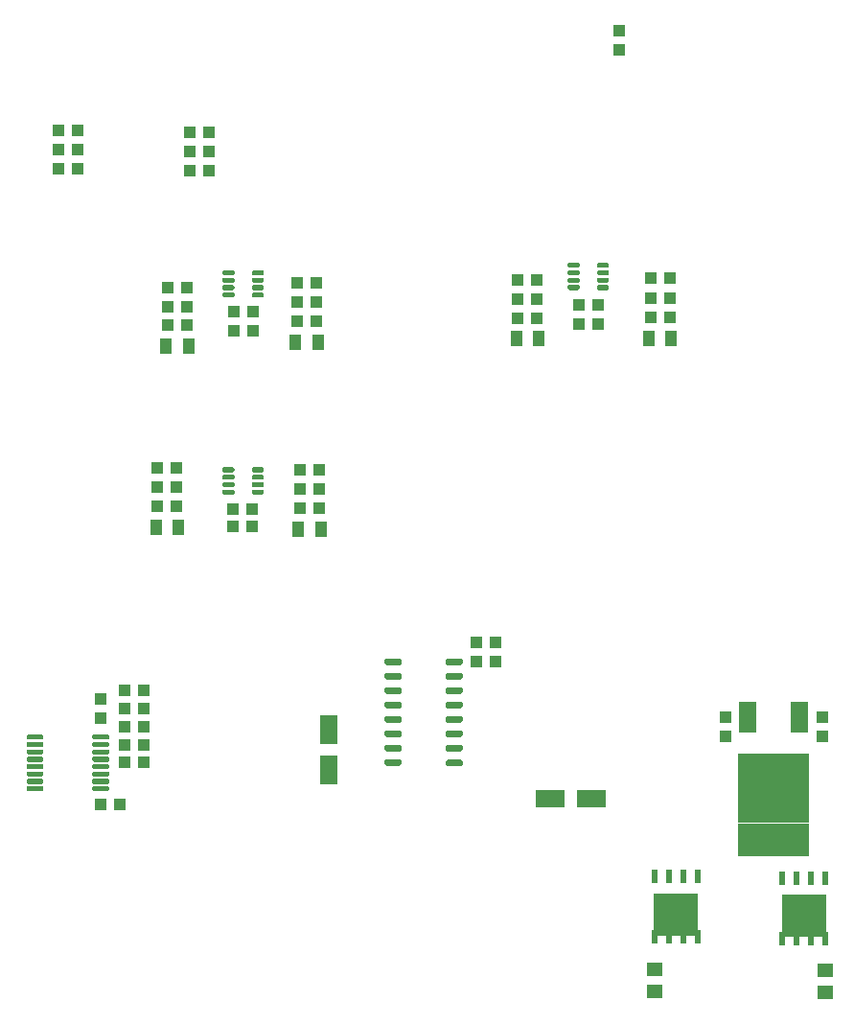
<source format=gtp>
%TF.GenerationSoftware,KiCad,Pcbnew,6.0.10-86aedd382b~118~ubuntu22.04.1*%
%TF.CreationDate,2023-01-11T08:47:55-08:00*%
%TF.ProjectId,shield,73686965-6c64-42e6-9b69-6361645f7063,rev?*%
%TF.SameCoordinates,Original*%
%TF.FileFunction,Paste,Top*%
%TF.FilePolarity,Positive*%
%FSLAX46Y46*%
G04 Gerber Fmt 4.6, Leading zero omitted, Abs format (unit mm)*
G04 Created by KiCad (PCBNEW 6.0.10-86aedd382b~118~ubuntu22.04.1) date 2023-01-11 08:47:55*
%MOMM*%
%LPD*%
G01*
G04 APERTURE LIST*
%ADD10R,1.600000X2.600000*%
%ADD11R,1.100000X1.000000*%
%ADD12R,1.000000X1.100000*%
%ADD13R,0.610000X1.270000*%
%ADD14R,3.910000X3.750000*%
%ADD15R,1.470000X1.285000*%
%ADD16R,1.000000X1.450000*%
%ADD17R,1.500000X2.800000*%
%ADD18R,6.300000X6.100000*%
%ADD19R,6.300000X3.000000*%
%ADD20R,2.600000X1.600000*%
G04 APERTURE END LIST*
D10*
X52420000Y-132760000D03*
X52420000Y-136360000D03*
D11*
X69115000Y-93070000D03*
X70815000Y-93070000D03*
X34395000Y-129282500D03*
X36095000Y-129282500D03*
X28520000Y-83260000D03*
X30220000Y-83260000D03*
X38990000Y-113045000D03*
X37290000Y-113045000D03*
X76180000Y-95250000D03*
X74480000Y-95250000D03*
X30220000Y-81570000D03*
X28520000Y-81570000D03*
G36*
G01*
X31520000Y-133562500D02*
X31520000Y-133337500D01*
G75*
G02*
X31632500Y-133225000I112500J0D01*
G01*
X32907500Y-133225000D01*
G75*
G02*
X33020000Y-133337500I0J-112500D01*
G01*
X33020000Y-133562500D01*
G75*
G02*
X32907500Y-133675000I-112500J0D01*
G01*
X31632500Y-133675000D01*
G75*
G02*
X31520000Y-133562500I0J112500D01*
G01*
G37*
G36*
G01*
X31520000Y-134212500D02*
X31520000Y-133987500D01*
G75*
G02*
X31632500Y-133875000I112500J0D01*
G01*
X32907500Y-133875000D01*
G75*
G02*
X33020000Y-133987500I0J-112500D01*
G01*
X33020000Y-134212500D01*
G75*
G02*
X32907500Y-134325000I-112500J0D01*
G01*
X31632500Y-134325000D01*
G75*
G02*
X31520000Y-134212500I0J112500D01*
G01*
G37*
G36*
G01*
X31520000Y-134862500D02*
X31520000Y-134637500D01*
G75*
G02*
X31632500Y-134525000I112500J0D01*
G01*
X32907500Y-134525000D01*
G75*
G02*
X33020000Y-134637500I0J-112500D01*
G01*
X33020000Y-134862500D01*
G75*
G02*
X32907500Y-134975000I-112500J0D01*
G01*
X31632500Y-134975000D01*
G75*
G02*
X31520000Y-134862500I0J112500D01*
G01*
G37*
G36*
G01*
X31520000Y-135512500D02*
X31520000Y-135287500D01*
G75*
G02*
X31632500Y-135175000I112500J0D01*
G01*
X32907500Y-135175000D01*
G75*
G02*
X33020000Y-135287500I0J-112500D01*
G01*
X33020000Y-135512500D01*
G75*
G02*
X32907500Y-135625000I-112500J0D01*
G01*
X31632500Y-135625000D01*
G75*
G02*
X31520000Y-135512500I0J112500D01*
G01*
G37*
G36*
G01*
X31520000Y-136162500D02*
X31520000Y-135937500D01*
G75*
G02*
X31632500Y-135825000I112500J0D01*
G01*
X32907500Y-135825000D01*
G75*
G02*
X33020000Y-135937500I0J-112500D01*
G01*
X33020000Y-136162500D01*
G75*
G02*
X32907500Y-136275000I-112500J0D01*
G01*
X31632500Y-136275000D01*
G75*
G02*
X31520000Y-136162500I0J112500D01*
G01*
G37*
G36*
G01*
X31520000Y-136812500D02*
X31520000Y-136587500D01*
G75*
G02*
X31632500Y-136475000I112500J0D01*
G01*
X32907500Y-136475000D01*
G75*
G02*
X33020000Y-136587500I0J-112500D01*
G01*
X33020000Y-136812500D01*
G75*
G02*
X32907500Y-136925000I-112500J0D01*
G01*
X31632500Y-136925000D01*
G75*
G02*
X31520000Y-136812500I0J112500D01*
G01*
G37*
G36*
G01*
X31520000Y-137462500D02*
X31520000Y-137237500D01*
G75*
G02*
X31632500Y-137125000I112500J0D01*
G01*
X32907500Y-137125000D01*
G75*
G02*
X33020000Y-137237500I0J-112500D01*
G01*
X33020000Y-137462500D01*
G75*
G02*
X32907500Y-137575000I-112500J0D01*
G01*
X31632500Y-137575000D01*
G75*
G02*
X31520000Y-137462500I0J112500D01*
G01*
G37*
G36*
G01*
X31520000Y-138112500D02*
X31520000Y-137887500D01*
G75*
G02*
X31632500Y-137775000I112500J0D01*
G01*
X32907500Y-137775000D01*
G75*
G02*
X33020000Y-137887500I0J-112500D01*
G01*
X33020000Y-138112500D01*
G75*
G02*
X32907500Y-138225000I-112500J0D01*
G01*
X31632500Y-138225000D01*
G75*
G02*
X31520000Y-138112500I0J112500D01*
G01*
G37*
G36*
G01*
X25720000Y-138112500D02*
X25720000Y-137887500D01*
G75*
G02*
X25832500Y-137775000I112500J0D01*
G01*
X27107500Y-137775000D01*
G75*
G02*
X27220000Y-137887500I0J-112500D01*
G01*
X27220000Y-138112500D01*
G75*
G02*
X27107500Y-138225000I-112500J0D01*
G01*
X25832500Y-138225000D01*
G75*
G02*
X25720000Y-138112500I0J112500D01*
G01*
G37*
G36*
G01*
X25720000Y-137462500D02*
X25720000Y-137237500D01*
G75*
G02*
X25832500Y-137125000I112500J0D01*
G01*
X27107500Y-137125000D01*
G75*
G02*
X27220000Y-137237500I0J-112500D01*
G01*
X27220000Y-137462500D01*
G75*
G02*
X27107500Y-137575000I-112500J0D01*
G01*
X25832500Y-137575000D01*
G75*
G02*
X25720000Y-137462500I0J112500D01*
G01*
G37*
G36*
G01*
X25720000Y-136812500D02*
X25720000Y-136587500D01*
G75*
G02*
X25832500Y-136475000I112500J0D01*
G01*
X27107500Y-136475000D01*
G75*
G02*
X27220000Y-136587500I0J-112500D01*
G01*
X27220000Y-136812500D01*
G75*
G02*
X27107500Y-136925000I-112500J0D01*
G01*
X25832500Y-136925000D01*
G75*
G02*
X25720000Y-136812500I0J112500D01*
G01*
G37*
G36*
G01*
X25720000Y-136162500D02*
X25720000Y-135937500D01*
G75*
G02*
X25832500Y-135825000I112500J0D01*
G01*
X27107500Y-135825000D01*
G75*
G02*
X27220000Y-135937500I0J-112500D01*
G01*
X27220000Y-136162500D01*
G75*
G02*
X27107500Y-136275000I-112500J0D01*
G01*
X25832500Y-136275000D01*
G75*
G02*
X25720000Y-136162500I0J112500D01*
G01*
G37*
G36*
G01*
X25720000Y-135512500D02*
X25720000Y-135287500D01*
G75*
G02*
X25832500Y-135175000I112500J0D01*
G01*
X27107500Y-135175000D01*
G75*
G02*
X27220000Y-135287500I0J-112500D01*
G01*
X27220000Y-135512500D01*
G75*
G02*
X27107500Y-135625000I-112500J0D01*
G01*
X25832500Y-135625000D01*
G75*
G02*
X25720000Y-135512500I0J112500D01*
G01*
G37*
G36*
G01*
X25720000Y-134862500D02*
X25720000Y-134637500D01*
G75*
G02*
X25832500Y-134525000I112500J0D01*
G01*
X27107500Y-134525000D01*
G75*
G02*
X27220000Y-134637500I0J-112500D01*
G01*
X27220000Y-134862500D01*
G75*
G02*
X27107500Y-134975000I-112500J0D01*
G01*
X25832500Y-134975000D01*
G75*
G02*
X25720000Y-134862500I0J112500D01*
G01*
G37*
G36*
G01*
X25720000Y-134212500D02*
X25720000Y-133987500D01*
G75*
G02*
X25832500Y-133875000I112500J0D01*
G01*
X27107500Y-133875000D01*
G75*
G02*
X27220000Y-133987500I0J-112500D01*
G01*
X27220000Y-134212500D01*
G75*
G02*
X27107500Y-134325000I-112500J0D01*
G01*
X25832500Y-134325000D01*
G75*
G02*
X25720000Y-134212500I0J112500D01*
G01*
G37*
G36*
G01*
X25720000Y-133562500D02*
X25720000Y-133337500D01*
G75*
G02*
X25832500Y-133225000I112500J0D01*
G01*
X27107500Y-133225000D01*
G75*
G02*
X27220000Y-133337500I0J-112500D01*
G01*
X27220000Y-133562500D01*
G75*
G02*
X27107500Y-133675000I-112500J0D01*
G01*
X25832500Y-133675000D01*
G75*
G02*
X25720000Y-133562500I0J112500D01*
G01*
G37*
X41830000Y-83410000D03*
X40130000Y-83410000D03*
D12*
X32270000Y-131757500D03*
X32270000Y-130057500D03*
D11*
X34395000Y-132507500D03*
X36095000Y-132507500D03*
D13*
X96285000Y-145917500D03*
X95015000Y-145917500D03*
X93745000Y-145917500D03*
X92475000Y-145917500D03*
X92475000Y-151257500D03*
X93745000Y-151257500D03*
X95015000Y-151257500D03*
D14*
X94380000Y-149247500D03*
D13*
X96285000Y-151257500D03*
D15*
X96260000Y-154037000D03*
X96260000Y-155983000D03*
D11*
X51300000Y-93325000D03*
X49600000Y-93325000D03*
D15*
X81200000Y-153977000D03*
X81200000Y-155923000D03*
D12*
X65470000Y-126818000D03*
X65470000Y-125118000D03*
D16*
X49450000Y-98560000D03*
X51450000Y-98560000D03*
D12*
X87500000Y-131700000D03*
X87500000Y-133400000D03*
D11*
X30210000Y-79880000D03*
X28510000Y-79880000D03*
X51575000Y-109845000D03*
X49875000Y-109845000D03*
X39890000Y-97100000D03*
X38190000Y-97100000D03*
X70825000Y-96450000D03*
X69125000Y-96450000D03*
X32270000Y-139432500D03*
X33970000Y-139432500D03*
D16*
X80680000Y-98255000D03*
X82680000Y-98255000D03*
D17*
X94026000Y-131700000D03*
D18*
X91740000Y-137950000D03*
D19*
X91740000Y-142500000D03*
D17*
X89454000Y-131700000D03*
D11*
X69115000Y-94760000D03*
X70815000Y-94760000D03*
X45750000Y-97580000D03*
X44050000Y-97580000D03*
D20*
X75600000Y-138860000D03*
X72000000Y-138860000D03*
G36*
G01*
X43025000Y-92557500D02*
X43025000Y-92332500D01*
G75*
G02*
X43137500Y-92220000I112500J0D01*
G01*
X43962500Y-92220000D01*
G75*
G02*
X44075000Y-92332500I0J-112500D01*
G01*
X44075000Y-92557500D01*
G75*
G02*
X43962500Y-92670000I-112500J0D01*
G01*
X43137500Y-92670000D01*
G75*
G02*
X43025000Y-92557500I0J112500D01*
G01*
G37*
G36*
G01*
X43025000Y-93207500D02*
X43025000Y-92982500D01*
G75*
G02*
X43137500Y-92870000I112500J0D01*
G01*
X43962500Y-92870000D01*
G75*
G02*
X44075000Y-92982500I0J-112500D01*
G01*
X44075000Y-93207500D01*
G75*
G02*
X43962500Y-93320000I-112500J0D01*
G01*
X43137500Y-93320000D01*
G75*
G02*
X43025000Y-93207500I0J112500D01*
G01*
G37*
G36*
G01*
X43025000Y-93857500D02*
X43025000Y-93632500D01*
G75*
G02*
X43137500Y-93520000I112500J0D01*
G01*
X43962500Y-93520000D01*
G75*
G02*
X44075000Y-93632500I0J-112500D01*
G01*
X44075000Y-93857500D01*
G75*
G02*
X43962500Y-93970000I-112500J0D01*
G01*
X43137500Y-93970000D01*
G75*
G02*
X43025000Y-93857500I0J112500D01*
G01*
G37*
G36*
G01*
X43025000Y-94507500D02*
X43025000Y-94282500D01*
G75*
G02*
X43137500Y-94170000I112500J0D01*
G01*
X43962500Y-94170000D01*
G75*
G02*
X44075000Y-94282500I0J-112500D01*
G01*
X44075000Y-94507500D01*
G75*
G02*
X43962500Y-94620000I-112500J0D01*
G01*
X43137500Y-94620000D01*
G75*
G02*
X43025000Y-94507500I0J112500D01*
G01*
G37*
G36*
G01*
X45625000Y-92557500D02*
X45625000Y-92332500D01*
G75*
G02*
X45737500Y-92220000I112500J0D01*
G01*
X46562500Y-92220000D01*
G75*
G02*
X46675000Y-92332500I0J-112500D01*
G01*
X46675000Y-92557500D01*
G75*
G02*
X46562500Y-92670000I-112500J0D01*
G01*
X45737500Y-92670000D01*
G75*
G02*
X45625000Y-92557500I0J112500D01*
G01*
G37*
G36*
G01*
X45625000Y-93207500D02*
X45625000Y-92982500D01*
G75*
G02*
X45737500Y-92870000I112500J0D01*
G01*
X46562500Y-92870000D01*
G75*
G02*
X46675000Y-92982500I0J-112500D01*
G01*
X46675000Y-93207500D01*
G75*
G02*
X46562500Y-93320000I-112500J0D01*
G01*
X45737500Y-93320000D01*
G75*
G02*
X45625000Y-93207500I0J112500D01*
G01*
G37*
G36*
G01*
X45625000Y-93857500D02*
X45625000Y-93632500D01*
G75*
G02*
X45737500Y-93520000I112500J0D01*
G01*
X46562500Y-93520000D01*
G75*
G02*
X46675000Y-93632500I0J-112500D01*
G01*
X46675000Y-93857500D01*
G75*
G02*
X46562500Y-93970000I-112500J0D01*
G01*
X45737500Y-93970000D01*
G75*
G02*
X45625000Y-93857500I0J112500D01*
G01*
G37*
G36*
G01*
X45625000Y-94507500D02*
X45625000Y-94282500D01*
G75*
G02*
X45737500Y-94170000I112500J0D01*
G01*
X46562500Y-94170000D01*
G75*
G02*
X46675000Y-94282500I0J-112500D01*
G01*
X46675000Y-94507500D01*
G75*
G02*
X46562500Y-94620000I-112500J0D01*
G01*
X45737500Y-94620000D01*
G75*
G02*
X45625000Y-94507500I0J112500D01*
G01*
G37*
D11*
X51575000Y-111555000D03*
X49875000Y-111555000D03*
X49875000Y-113265000D03*
X51575000Y-113265000D03*
D12*
X78110000Y-71030000D03*
X78110000Y-72730000D03*
D16*
X39150000Y-114900000D03*
X37150000Y-114900000D03*
G36*
G01*
X43025000Y-109967500D02*
X43025000Y-109742500D01*
G75*
G02*
X43137500Y-109630000I112500J0D01*
G01*
X43962500Y-109630000D01*
G75*
G02*
X44075000Y-109742500I0J-112500D01*
G01*
X44075000Y-109967500D01*
G75*
G02*
X43962500Y-110080000I-112500J0D01*
G01*
X43137500Y-110080000D01*
G75*
G02*
X43025000Y-109967500I0J112500D01*
G01*
G37*
G36*
G01*
X43025000Y-110617500D02*
X43025000Y-110392500D01*
G75*
G02*
X43137500Y-110280000I112500J0D01*
G01*
X43962500Y-110280000D01*
G75*
G02*
X44075000Y-110392500I0J-112500D01*
G01*
X44075000Y-110617500D01*
G75*
G02*
X43962500Y-110730000I-112500J0D01*
G01*
X43137500Y-110730000D01*
G75*
G02*
X43025000Y-110617500I0J112500D01*
G01*
G37*
G36*
G01*
X43025000Y-111267500D02*
X43025000Y-111042500D01*
G75*
G02*
X43137500Y-110930000I112500J0D01*
G01*
X43962500Y-110930000D01*
G75*
G02*
X44075000Y-111042500I0J-112500D01*
G01*
X44075000Y-111267500D01*
G75*
G02*
X43962500Y-111380000I-112500J0D01*
G01*
X43137500Y-111380000D01*
G75*
G02*
X43025000Y-111267500I0J112500D01*
G01*
G37*
G36*
G01*
X43025000Y-111917500D02*
X43025000Y-111692500D01*
G75*
G02*
X43137500Y-111580000I112500J0D01*
G01*
X43962500Y-111580000D01*
G75*
G02*
X44075000Y-111692500I0J-112500D01*
G01*
X44075000Y-111917500D01*
G75*
G02*
X43962500Y-112030000I-112500J0D01*
G01*
X43137500Y-112030000D01*
G75*
G02*
X43025000Y-111917500I0J112500D01*
G01*
G37*
G36*
G01*
X45625000Y-109967500D02*
X45625000Y-109742500D01*
G75*
G02*
X45737500Y-109630000I112500J0D01*
G01*
X46562500Y-109630000D01*
G75*
G02*
X46675000Y-109742500I0J-112500D01*
G01*
X46675000Y-109967500D01*
G75*
G02*
X46562500Y-110080000I-112500J0D01*
G01*
X45737500Y-110080000D01*
G75*
G02*
X45625000Y-109967500I0J112500D01*
G01*
G37*
G36*
G01*
X45625000Y-110617500D02*
X45625000Y-110392500D01*
G75*
G02*
X45737500Y-110280000I112500J0D01*
G01*
X46562500Y-110280000D01*
G75*
G02*
X46675000Y-110392500I0J-112500D01*
G01*
X46675000Y-110617500D01*
G75*
G02*
X46562500Y-110730000I-112500J0D01*
G01*
X45737500Y-110730000D01*
G75*
G02*
X45625000Y-110617500I0J112500D01*
G01*
G37*
G36*
G01*
X45625000Y-111267500D02*
X45625000Y-111042500D01*
G75*
G02*
X45737500Y-110930000I112500J0D01*
G01*
X46562500Y-110930000D01*
G75*
G02*
X46675000Y-111042500I0J-112500D01*
G01*
X46675000Y-111267500D01*
G75*
G02*
X46562500Y-111380000I-112500J0D01*
G01*
X45737500Y-111380000D01*
G75*
G02*
X45625000Y-111267500I0J112500D01*
G01*
G37*
G36*
G01*
X45625000Y-111917500D02*
X45625000Y-111692500D01*
G75*
G02*
X45737500Y-111580000I112500J0D01*
G01*
X46562500Y-111580000D01*
G75*
G02*
X46675000Y-111692500I0J-112500D01*
G01*
X46675000Y-111917500D01*
G75*
G02*
X46562500Y-112030000I-112500J0D01*
G01*
X45737500Y-112030000D01*
G75*
G02*
X45625000Y-111917500I0J112500D01*
G01*
G37*
X70975000Y-98250000D03*
X68975000Y-98250000D03*
D11*
X38190000Y-95410000D03*
X39890000Y-95410000D03*
X45760000Y-95880000D03*
X44060000Y-95880000D03*
X34395000Y-130907500D03*
X36095000Y-130907500D03*
X37290000Y-109645000D03*
X38990000Y-109645000D03*
D16*
X40050000Y-98900000D03*
X38050000Y-98900000D03*
D11*
X40120000Y-80020000D03*
X41820000Y-80020000D03*
X37290000Y-111345000D03*
X38990000Y-111345000D03*
X38190000Y-93720000D03*
X39890000Y-93720000D03*
X41830000Y-81720000D03*
X40130000Y-81720000D03*
G36*
G01*
X57350000Y-126955000D02*
X57350000Y-126655000D01*
G75*
G02*
X57500000Y-126505000I150000J0D01*
G01*
X58700000Y-126505000D01*
G75*
G02*
X58850000Y-126655000I0J-150000D01*
G01*
X58850000Y-126955000D01*
G75*
G02*
X58700000Y-127105000I-150000J0D01*
G01*
X57500000Y-127105000D01*
G75*
G02*
X57350000Y-126955000I0J150000D01*
G01*
G37*
G36*
G01*
X57350000Y-128225000D02*
X57350000Y-127925000D01*
G75*
G02*
X57500000Y-127775000I150000J0D01*
G01*
X58700000Y-127775000D01*
G75*
G02*
X58850000Y-127925000I0J-150000D01*
G01*
X58850000Y-128225000D01*
G75*
G02*
X58700000Y-128375000I-150000J0D01*
G01*
X57500000Y-128375000D01*
G75*
G02*
X57350000Y-128225000I0J150000D01*
G01*
G37*
G36*
G01*
X57350000Y-129495000D02*
X57350000Y-129195000D01*
G75*
G02*
X57500000Y-129045000I150000J0D01*
G01*
X58700000Y-129045000D01*
G75*
G02*
X58850000Y-129195000I0J-150000D01*
G01*
X58850000Y-129495000D01*
G75*
G02*
X58700000Y-129645000I-150000J0D01*
G01*
X57500000Y-129645000D01*
G75*
G02*
X57350000Y-129495000I0J150000D01*
G01*
G37*
G36*
G01*
X57350000Y-130765000D02*
X57350000Y-130465000D01*
G75*
G02*
X57500000Y-130315000I150000J0D01*
G01*
X58700000Y-130315000D01*
G75*
G02*
X58850000Y-130465000I0J-150000D01*
G01*
X58850000Y-130765000D01*
G75*
G02*
X58700000Y-130915000I-150000J0D01*
G01*
X57500000Y-130915000D01*
G75*
G02*
X57350000Y-130765000I0J150000D01*
G01*
G37*
G36*
G01*
X57350000Y-132035000D02*
X57350000Y-131735000D01*
G75*
G02*
X57500000Y-131585000I150000J0D01*
G01*
X58700000Y-131585000D01*
G75*
G02*
X58850000Y-131735000I0J-150000D01*
G01*
X58850000Y-132035000D01*
G75*
G02*
X58700000Y-132185000I-150000J0D01*
G01*
X57500000Y-132185000D01*
G75*
G02*
X57350000Y-132035000I0J150000D01*
G01*
G37*
G36*
G01*
X57350000Y-133305000D02*
X57350000Y-133005000D01*
G75*
G02*
X57500000Y-132855000I150000J0D01*
G01*
X58700000Y-132855000D01*
G75*
G02*
X58850000Y-133005000I0J-150000D01*
G01*
X58850000Y-133305000D01*
G75*
G02*
X58700000Y-133455000I-150000J0D01*
G01*
X57500000Y-133455000D01*
G75*
G02*
X57350000Y-133305000I0J150000D01*
G01*
G37*
G36*
G01*
X57350000Y-134575000D02*
X57350000Y-134275000D01*
G75*
G02*
X57500000Y-134125000I150000J0D01*
G01*
X58700000Y-134125000D01*
G75*
G02*
X58850000Y-134275000I0J-150000D01*
G01*
X58850000Y-134575000D01*
G75*
G02*
X58700000Y-134725000I-150000J0D01*
G01*
X57500000Y-134725000D01*
G75*
G02*
X57350000Y-134575000I0J150000D01*
G01*
G37*
G36*
G01*
X57350000Y-135825000D02*
X57350000Y-135525000D01*
G75*
G02*
X57500000Y-135375000I150000J0D01*
G01*
X58700000Y-135375000D01*
G75*
G02*
X58850000Y-135525000I0J-150000D01*
G01*
X58850000Y-135825000D01*
G75*
G02*
X58700000Y-135975000I-150000J0D01*
G01*
X57500000Y-135975000D01*
G75*
G02*
X57350000Y-135825000I0J150000D01*
G01*
G37*
G36*
G01*
X62750000Y-135875000D02*
X62750000Y-135575000D01*
G75*
G02*
X62900000Y-135425000I150000J0D01*
G01*
X64100000Y-135425000D01*
G75*
G02*
X64250000Y-135575000I0J-150000D01*
G01*
X64250000Y-135875000D01*
G75*
G02*
X64100000Y-136025000I-150000J0D01*
G01*
X62900000Y-136025000D01*
G75*
G02*
X62750000Y-135875000I0J150000D01*
G01*
G37*
G36*
G01*
X62750000Y-134575000D02*
X62750000Y-134275000D01*
G75*
G02*
X62900000Y-134125000I150000J0D01*
G01*
X64100000Y-134125000D01*
G75*
G02*
X64250000Y-134275000I0J-150000D01*
G01*
X64250000Y-134575000D01*
G75*
G02*
X64100000Y-134725000I-150000J0D01*
G01*
X62900000Y-134725000D01*
G75*
G02*
X62750000Y-134575000I0J150000D01*
G01*
G37*
G36*
G01*
X62750000Y-133305000D02*
X62750000Y-133005000D01*
G75*
G02*
X62900000Y-132855000I150000J0D01*
G01*
X64100000Y-132855000D01*
G75*
G02*
X64250000Y-133005000I0J-150000D01*
G01*
X64250000Y-133305000D01*
G75*
G02*
X64100000Y-133455000I-150000J0D01*
G01*
X62900000Y-133455000D01*
G75*
G02*
X62750000Y-133305000I0J150000D01*
G01*
G37*
G36*
G01*
X62750000Y-132035000D02*
X62750000Y-131735000D01*
G75*
G02*
X62900000Y-131585000I150000J0D01*
G01*
X64100000Y-131585000D01*
G75*
G02*
X64250000Y-131735000I0J-150000D01*
G01*
X64250000Y-132035000D01*
G75*
G02*
X64100000Y-132185000I-150000J0D01*
G01*
X62900000Y-132185000D01*
G75*
G02*
X62750000Y-132035000I0J150000D01*
G01*
G37*
G36*
G01*
X62750000Y-130765000D02*
X62750000Y-130465000D01*
G75*
G02*
X62900000Y-130315000I150000J0D01*
G01*
X64100000Y-130315000D01*
G75*
G02*
X64250000Y-130465000I0J-150000D01*
G01*
X64250000Y-130765000D01*
G75*
G02*
X64100000Y-130915000I-150000J0D01*
G01*
X62900000Y-130915000D01*
G75*
G02*
X62750000Y-130765000I0J150000D01*
G01*
G37*
G36*
G01*
X62750000Y-129495000D02*
X62750000Y-129195000D01*
G75*
G02*
X62900000Y-129045000I150000J0D01*
G01*
X64100000Y-129045000D01*
G75*
G02*
X64250000Y-129195000I0J-150000D01*
G01*
X64250000Y-129495000D01*
G75*
G02*
X64100000Y-129645000I-150000J0D01*
G01*
X62900000Y-129645000D01*
G75*
G02*
X62750000Y-129495000I0J150000D01*
G01*
G37*
G36*
G01*
X62750000Y-128225000D02*
X62750000Y-127925000D01*
G75*
G02*
X62900000Y-127775000I150000J0D01*
G01*
X64100000Y-127775000D01*
G75*
G02*
X64250000Y-127925000I0J-150000D01*
G01*
X64250000Y-128225000D01*
G75*
G02*
X64100000Y-128375000I-150000J0D01*
G01*
X62900000Y-128375000D01*
G75*
G02*
X62750000Y-128225000I0J150000D01*
G01*
G37*
G36*
G01*
X62750000Y-126955000D02*
X62750000Y-126655000D01*
G75*
G02*
X62900000Y-126505000I150000J0D01*
G01*
X64100000Y-126505000D01*
G75*
G02*
X64250000Y-126655000I0J-150000D01*
G01*
X64250000Y-126955000D01*
G75*
G02*
X64100000Y-127105000I-150000J0D01*
G01*
X62900000Y-127105000D01*
G75*
G02*
X62750000Y-126955000I0J150000D01*
G01*
G37*
X82525000Y-92950000D03*
X80825000Y-92950000D03*
X45680000Y-113275000D03*
X43980000Y-113275000D03*
D12*
X67180000Y-126818000D03*
X67180000Y-125118000D03*
D11*
X49590000Y-96715000D03*
X51290000Y-96715000D03*
D13*
X84975000Y-145767500D03*
X83705000Y-145767500D03*
X82435000Y-145767500D03*
X81165000Y-145767500D03*
X81165000Y-151107500D03*
X82435000Y-151107500D03*
X83705000Y-151107500D03*
D14*
X83070000Y-149097500D03*
D13*
X84975000Y-151107500D03*
D11*
X36070000Y-135707500D03*
X34370000Y-135707500D03*
X45680000Y-114860000D03*
X43980000Y-114860000D03*
X34395000Y-134107500D03*
X36095000Y-134107500D03*
X82535000Y-94650000D03*
X80835000Y-94650000D03*
G36*
G01*
X73525000Y-91907500D02*
X73525000Y-91682500D01*
G75*
G02*
X73637500Y-91570000I112500J0D01*
G01*
X74462500Y-91570000D01*
G75*
G02*
X74575000Y-91682500I0J-112500D01*
G01*
X74575000Y-91907500D01*
G75*
G02*
X74462500Y-92020000I-112500J0D01*
G01*
X73637500Y-92020000D01*
G75*
G02*
X73525000Y-91907500I0J112500D01*
G01*
G37*
G36*
G01*
X73525000Y-92557500D02*
X73525000Y-92332500D01*
G75*
G02*
X73637500Y-92220000I112500J0D01*
G01*
X74462500Y-92220000D01*
G75*
G02*
X74575000Y-92332500I0J-112500D01*
G01*
X74575000Y-92557500D01*
G75*
G02*
X74462500Y-92670000I-112500J0D01*
G01*
X73637500Y-92670000D01*
G75*
G02*
X73525000Y-92557500I0J112500D01*
G01*
G37*
G36*
G01*
X73525000Y-93207500D02*
X73525000Y-92982500D01*
G75*
G02*
X73637500Y-92870000I112500J0D01*
G01*
X74462500Y-92870000D01*
G75*
G02*
X74575000Y-92982500I0J-112500D01*
G01*
X74575000Y-93207500D01*
G75*
G02*
X74462500Y-93320000I-112500J0D01*
G01*
X73637500Y-93320000D01*
G75*
G02*
X73525000Y-93207500I0J112500D01*
G01*
G37*
G36*
G01*
X73525000Y-93857500D02*
X73525000Y-93632500D01*
G75*
G02*
X73637500Y-93520000I112500J0D01*
G01*
X74462500Y-93520000D01*
G75*
G02*
X74575000Y-93632500I0J-112500D01*
G01*
X74575000Y-93857500D01*
G75*
G02*
X74462500Y-93970000I-112500J0D01*
G01*
X73637500Y-93970000D01*
G75*
G02*
X73525000Y-93857500I0J112500D01*
G01*
G37*
G36*
G01*
X76125000Y-91907500D02*
X76125000Y-91682500D01*
G75*
G02*
X76237500Y-91570000I112500J0D01*
G01*
X77062500Y-91570000D01*
G75*
G02*
X77175000Y-91682500I0J-112500D01*
G01*
X77175000Y-91907500D01*
G75*
G02*
X77062500Y-92020000I-112500J0D01*
G01*
X76237500Y-92020000D01*
G75*
G02*
X76125000Y-91907500I0J112500D01*
G01*
G37*
G36*
G01*
X76125000Y-92557500D02*
X76125000Y-92332500D01*
G75*
G02*
X76237500Y-92220000I112500J0D01*
G01*
X77062500Y-92220000D01*
G75*
G02*
X77175000Y-92332500I0J-112500D01*
G01*
X77175000Y-92557500D01*
G75*
G02*
X77062500Y-92670000I-112500J0D01*
G01*
X76237500Y-92670000D01*
G75*
G02*
X76125000Y-92557500I0J112500D01*
G01*
G37*
G36*
G01*
X76125000Y-93207500D02*
X76125000Y-92982500D01*
G75*
G02*
X76237500Y-92870000I112500J0D01*
G01*
X77062500Y-92870000D01*
G75*
G02*
X77175000Y-92982500I0J-112500D01*
G01*
X77175000Y-93207500D01*
G75*
G02*
X77062500Y-93320000I-112500J0D01*
G01*
X76237500Y-93320000D01*
G75*
G02*
X76125000Y-93207500I0J112500D01*
G01*
G37*
G36*
G01*
X76125000Y-93857500D02*
X76125000Y-93632500D01*
G75*
G02*
X76237500Y-93520000I112500J0D01*
G01*
X77062500Y-93520000D01*
G75*
G02*
X77175000Y-93632500I0J-112500D01*
G01*
X77175000Y-93857500D01*
G75*
G02*
X77062500Y-93970000I-112500J0D01*
G01*
X76237500Y-93970000D01*
G75*
G02*
X76125000Y-93857500I0J112500D01*
G01*
G37*
X51300000Y-95025000D03*
X49600000Y-95025000D03*
D16*
X49725000Y-115075000D03*
X51725000Y-115075000D03*
D11*
X80845000Y-96360000D03*
X82545000Y-96360000D03*
D12*
X96020000Y-131710000D03*
X96020000Y-133410000D03*
D11*
X76190000Y-96980000D03*
X74490000Y-96980000D03*
M02*

</source>
